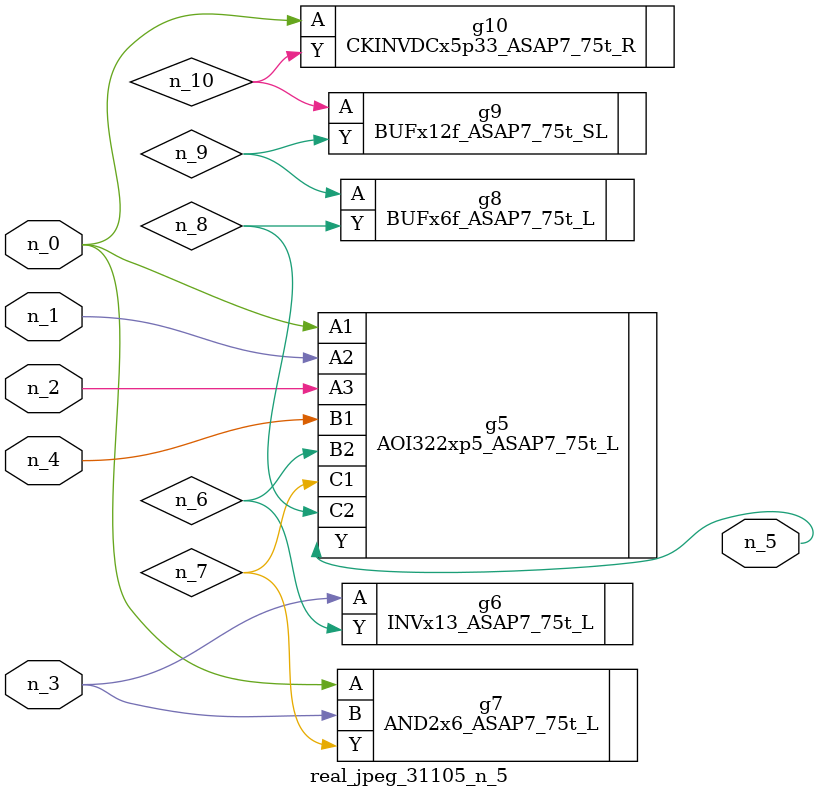
<source format=v>
module real_jpeg_31105_n_5 (n_4, n_0, n_1, n_2, n_3, n_5);

input n_4;
input n_0;
input n_1;
input n_2;
input n_3;

output n_5;

wire n_8;
wire n_6;
wire n_7;
wire n_10;
wire n_9;

AOI322xp5_ASAP7_75t_L g5 ( 
.A1(n_0),
.A2(n_1),
.A3(n_2),
.B1(n_4),
.B2(n_6),
.C1(n_7),
.C2(n_8),
.Y(n_5)
);

AND2x6_ASAP7_75t_L g7 ( 
.A(n_0),
.B(n_3),
.Y(n_7)
);

CKINVDCx5p33_ASAP7_75t_R g10 ( 
.A(n_0),
.Y(n_10)
);

INVx13_ASAP7_75t_L g6 ( 
.A(n_3),
.Y(n_6)
);

BUFx6f_ASAP7_75t_L g8 ( 
.A(n_9),
.Y(n_8)
);

BUFx12f_ASAP7_75t_SL g9 ( 
.A(n_10),
.Y(n_9)
);


endmodule
</source>
